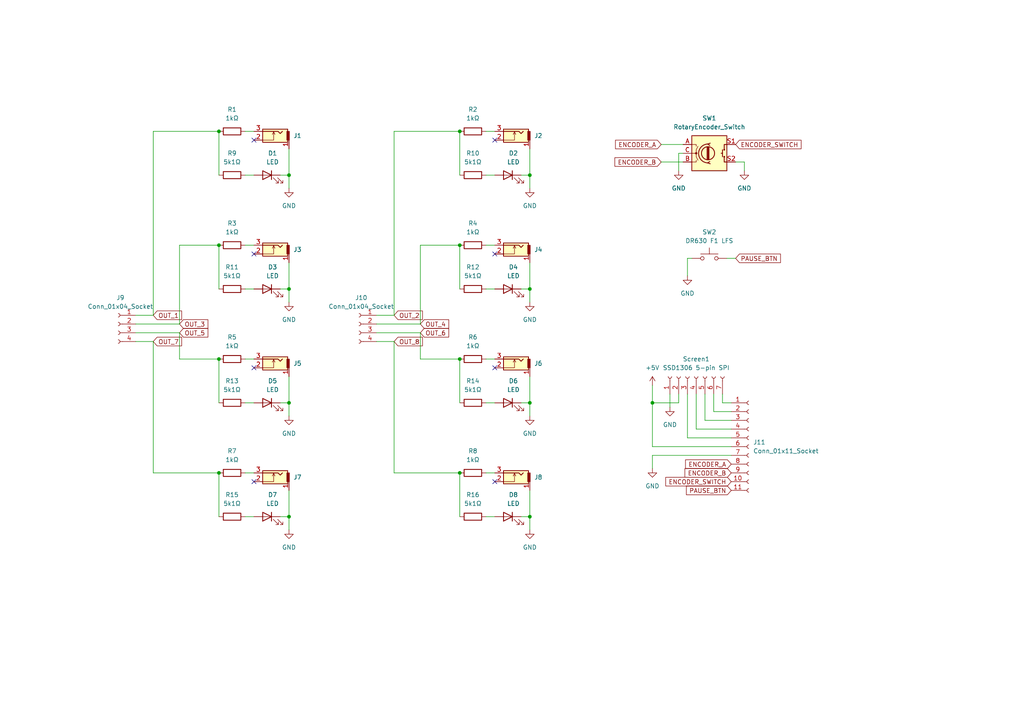
<source format=kicad_sch>
(kicad_sch (version 20230121) (generator eeschema)
  (paper "A4")
  (title_block (title "Clock Front") (date "2023-10-26") (rev "v2.0") (company "FreeModular"))
  (lib_symbols
    (symbol "Connector:Conn_01x04_Socket" (pin_names (offset 1.016) hide)
      (property "Reference" "J" (at 0 5.08 0))
      (property "Value" "Conn_01x04_Socket" (at 0 -7.62 0))
      (symbol "Conn_01x04_Socket_1_1"
        (arc (start 0 -4.572) (mid -0.5058 -5.08) (end 0 -5.588) (stroke (width 0.1524)))
        (arc (start 0 -2.032) (mid -0.5058 -2.54) (end 0 -3.048) (stroke (width 0.1524)))
        (polyline (pts (xy -1.27 -5.08) (xy -0.508 -5.08)) (stroke (width 0.1524)))
        (polyline (pts (xy -1.27 -2.54) (xy -0.508 -2.54)) (stroke (width 0.1524)))
        (polyline (pts (xy -1.27 0) (xy -0.508 0)) (stroke (width 0.1524)))
        (polyline (pts (xy -1.27 2.54) (xy -0.508 2.54)) (stroke (width 0.1524)))
        (arc (start 0 0.508) (mid -0.5058 0) (end 0 -0.508) (stroke (width 0.1524)))
        (arc (start 0 3.048) (mid -0.5058 2.54) (end 0 2.032) (stroke (width 0.1524)))
        (pin passive line (at -5.08 2.54 0) (length 3.81) (name "Pin_1") (number "1"))
        (pin passive line (at -5.08 0 0) (length 3.81) (name "Pin_2") (number "2"))
        (pin passive line (at -5.08 -2.54 0) (length 3.81) (name "Pin_3") (number "3"))
        (pin passive line (at -5.08 -5.08 0) (length 3.81) (name "Pin_4") (number "4"))
      )
    )
    (symbol "Connector:Conn_01x07_Socket" (pin_names (offset 1.016) hide)
      (property "Reference" "J" (at 0 10.16 0))
      (property "Value" "Conn_01x07_Socket" (at 0 -10.16 0))
      (symbol "Conn_01x07_Socket_1_1"
        (arc (start 0 -7.112) (mid -0.5058 -7.62) (end 0 -8.128) (stroke (width 0.1524)))
        (arc (start 0 -4.572) (mid -0.5058 -5.08) (end 0 -5.588) (stroke (width 0.1524)))
        (arc (start 0 -2.032) (mid -0.5058 -2.54) (end 0 -3.048) (stroke (width 0.1524)))
        (polyline (pts (xy -1.27 -7.62) (xy -0.508 -7.62)) (stroke (width 0.1524)))
        (polyline (pts (xy -1.27 -5.08) (xy -0.508 -5.08)) (stroke (width 0.1524)))
        (polyline (pts (xy -1.27 -2.54) (xy -0.508 -2.54)) (stroke (width 0.1524)))
        (polyline (pts (xy -1.27 0) (xy -0.508 0)) (stroke (width 0.1524)))
        (polyline (pts (xy -1.27 2.54) (xy -0.508 2.54)) (stroke (width 0.1524)))
        (polyline (pts (xy -1.27 5.08) (xy -0.508 5.08)) (stroke (width 0.1524)))
        (polyline (pts (xy -1.27 7.62) (xy -0.508 7.62)) (stroke (width 0.1524)))
        (arc (start 0 0.508) (mid -0.5058 0) (end 0 -0.508) (stroke (width 0.1524)))
        (arc (start 0 3.048) (mid -0.5058 2.54) (end 0 2.032) (stroke (width 0.1524)))
        (arc (start 0 5.588) (mid -0.5058 5.08) (end 0 4.572) (stroke (width 0.1524)))
        (arc (start 0 8.128) (mid -0.5058 7.62) (end 0 7.112) (stroke (width 0.1524)))
        (pin passive line (at -5.08 7.62 0) (length 3.81) (name "Pin_1") (number "1"))
        (pin passive line (at -5.08 5.08 0) (length 3.81) (name "Pin_2") (number "2"))
        (pin passive line (at -5.08 2.54 0) (length 3.81) (name "Pin_3") (number "3"))
        (pin passive line (at -5.08 0 0) (length 3.81) (name "Pin_4") (number "4"))
        (pin passive line (at -5.08 -2.54 0) (length 3.81) (name "Pin_5") (number "5"))
        (pin passive line (at -5.08 -5.08 0) (length 3.81) (name "Pin_6") (number "6"))
        (pin passive line (at -5.08 -7.62 0) (length 3.81) (name "Pin_7") (number "7"))
      )
    )
    (symbol "Connector:Conn_01x11_Socket" (pin_names (offset 1.016) hide)
      (property "Reference" "J" (at 0 15.24 0))
      (property "Value" "Conn_01x11_Socket" (at 0 -15.24 0))
      (symbol "Conn_01x11_Socket_1_1"
        (arc (start 0 -12.192) (mid -0.5058 -12.7) (end 0 -13.208) (stroke (width 0.1524)))
        (arc (start 0 -9.652) (mid -0.5058 -10.16) (end 0 -10.668) (stroke (width 0.1524)))
        (arc (start 0 -7.112) (mid -0.5058 -7.62) (end 0 -8.128) (stroke (width 0.1524)))
        (arc (start 0 -4.572) (mid -0.5058 -5.08) (end 0 -5.588) (stroke (width 0.1524)))
        (arc (start 0 -2.032) (mid -0.5058 -2.54) (end 0 -3.048) (stroke (width 0.1524)))
        (polyline (pts (xy -1.27 -12.7) (xy -0.508 -12.7)) (stroke (width 0.1524)))
        (polyline (pts (xy -1.27 -10.16) (xy -0.508 -10.16)) (stroke (width 0.1524)))
        (polyline (pts (xy -1.27 -7.62) (xy -0.508 -7.62)) (stroke (width 0.1524)))
        (polyline (pts (xy -1.27 -5.08) (xy -0.508 -5.08)) (stroke (width 0.1524)))
        (polyline (pts (xy -1.27 -2.54) (xy -0.508 -2.54)) (stroke (width 0.1524)))
        (polyline (pts (xy -1.27 0) (xy -0.508 0)) (stroke (width 0.1524)))
        (polyline (pts (xy -1.27 2.54) (xy -0.508 2.54)) (stroke (width 0.1524)))
        (polyline (pts (xy -1.27 5.08) (xy -0.508 5.08)) (stroke (width 0.1524)))
        (polyline (pts (xy -1.27 7.62) (xy -0.508 7.62)) (stroke (width 0.1524)))
        (polyline (pts (xy -1.27 10.16) (xy -0.508 10.16)) (stroke (width 0.1524)))
        (polyline (pts (xy -1.27 12.7) (xy -0.508 12.7)) (stroke (width 0.1524)))
        (arc (start 0 0.508) (mid -0.5058 0) (end 0 -0.508) (stroke (width 0.1524)))
        (arc (start 0 3.048) (mid -0.5058 2.54) (end 0 2.032) (stroke (width 0.1524)))
        (arc (start 0 5.588) (mid -0.5058 5.08) (end 0 4.572) (stroke (width 0.1524)))
        (arc (start 0 8.128) (mid -0.5058 7.62) (end 0 7.112) (stroke (width 0.1524)))
        (arc (start 0 10.668) (mid -0.5058 10.16) (end 0 9.652) (stroke (width 0.1524)))
        (arc (start 0 13.208) (mid -0.5058 12.7) (end 0 12.192) (stroke (width 0.1524)))
        (pin passive line (at -5.08 12.7 0) (length 3.81) (name "Pin_1") (number "1"))
        (pin passive line (at -5.08 -10.16 0) (length 3.81) (name "Pin_10") (number "10"))
        (pin passive line (at -5.08 -12.7 0) (length 3.81) (name "Pin_11") (number "11"))
        (pin passive line (at -5.08 10.16 0) (length 3.81) (name "Pin_2") (number "2"))
        (pin passive line (at -5.08 7.62 0) (length 3.81) (name "Pin_3") (number "3"))
        (pin passive line (at -5.08 5.08 0) (length 3.81) (name "Pin_4") (number "4"))
        (pin passive line (at -5.08 2.54 0) (length 3.81) (name "Pin_5") (number "5"))
        (pin passive line (at -5.08 0 0) (length 3.81) (name "Pin_6") (number "6"))
        (pin passive line (at -5.08 -2.54 0) (length 3.81) (name "Pin_7") (number "7"))
        (pin passive line (at -5.08 -5.08 0) (length 3.81) (name "Pin_8") (number "8"))
        (pin passive line (at -5.08 -7.62 0) (length 3.81) (name "Pin_9") (number "9"))
      )
    )
    (symbol "Device:LED" (pin_numbers hide) (pin_names (offset 1.016) hide)
      (property "Reference" "D" (at 0 2.54 0))
      (property "Value" "LED" (at 0 -2.54 0))
      (symbol "LED_0_1"
        (polyline (pts (xy -1.27 -1.27) (xy -1.27 1.27)) (stroke (width 0.254)))
        (polyline (pts (xy -1.27 0) (xy 1.27 0)))
        (polyline (pts (xy 1.27 -1.27) (xy 1.27 1.27) (xy -1.27 0) (xy 1.27 -1.27)) (stroke (width 0.254)))
        (polyline (pts (xy -3.048 -0.762) (xy -4.572 -2.286) (xy -3.81 -2.286) (xy -4.572 -2.286) (xy -4.572 -1.524)))
        (polyline (pts (xy -1.778 -0.762) (xy -3.302 -2.286) (xy -2.54 -2.286) (xy -3.302 -2.286) (xy -3.302 -1.524)))
      )
      (symbol "LED_1_1"
        (pin passive line (at -3.81 0 0) (length 2.54) (name "K") (number "1"))
        (pin passive line (at 3.81 0 180) (length 2.54) (name "A") (number "2"))
      )
    )
    (symbol "Device:R" (pin_numbers hide) (pin_names (offset 0))
      (property "Reference" "R" (at 2.032 0 90))
      (property "Value" "R" (at 0 0 90))
      (symbol "R_0_1"
        (rectangle (start -1.016 -2.54) (end 1.016 2.54) (stroke (width 0.254)))
      )
      (symbol "R_1_1"
        (pin passive line (at 0 3.81 270) (length 1.27) (name "~") (number "1"))
        (pin passive line (at 0 -3.81 90) (length 1.27) (name "~") (number "2"))
      )
    )
    (symbol "Device:RotaryEncoder_Switch" (pin_names (offset 0.254) hide)
      (property "Reference" "SW" (at 0 6.604 0))
      (property "Value" "RotaryEncoder_Switch" (at 0 -6.604 0))
      (symbol "RotaryEncoder_Switch_0_1"
        (rectangle (start -5.08 5.08) (end 5.08 -5.08) (stroke (width 0.254)) (fill (type background)))
        (circle (center -3.81 0) (radius 0.254) (fill (type outline)))
        (circle (center -0.381 0) (radius 1.905) (stroke (width 0.254)))
        (arc (start -0.381 2.667) (mid -3.0988 -0.0635) (end -0.381 -2.794) (stroke (width 0.254)))
        (polyline (pts (xy -0.635 -1.778) (xy -0.635 1.778)) (stroke (width 0.254)))
        (polyline (pts (xy -0.381 -1.778) (xy -0.381 1.778)) (stroke (width 0.254)))
        (polyline (pts (xy -0.127 1.778) (xy -0.127 -1.778)) (stroke (width 0.254)))
        (polyline (pts (xy 3.81 0) (xy 3.429 0)) (stroke (width 0.254)))
        (polyline (pts (xy 3.81 1.016) (xy 3.81 -1.016)) (stroke (width 0.254)))
        (polyline (pts (xy -5.08 -2.54) (xy -3.81 -2.54) (xy -3.81 -2.032)))
        (polyline (pts (xy -5.08 2.54) (xy -3.81 2.54) (xy -3.81 2.032)))
        (polyline (pts (xy 0.254 -3.048) (xy -0.508 -2.794) (xy 0.127 -2.413)) (stroke (width 0.254)))
        (polyline (pts (xy 0.254 2.921) (xy -0.508 2.667) (xy 0.127 2.286)) (stroke (width 0.254)))
        (polyline (pts (xy 5.08 -2.54) (xy 4.318 -2.54) (xy 4.318 -1.016)) (stroke (width 0.254)))
        (polyline (pts (xy 5.08 2.54) (xy 4.318 2.54) (xy 4.318 1.016)) (stroke (width 0.254)))
        (polyline (pts (xy -5.08 0) (xy -3.81 0) (xy -3.81 -1.016) (xy -3.302 -2.032)))
        (polyline (pts (xy -4.318 0) (xy -3.81 0) (xy -3.81 1.016) (xy -3.302 2.032)))
        (circle (center 4.318 -1.016) (radius 0.127) (stroke (width 0.254)))
        (circle (center 4.318 1.016) (radius 0.127) (stroke (width 0.254)))
      )
      (symbol "RotaryEncoder_Switch_1_1"
        (pin passive line (at -7.62 2.54 0) (length 2.54) (name "A") (number "A"))
        (pin passive line (at -7.62 -2.54 0) (length 2.54) (name "B") (number "B"))
        (pin passive line (at -7.62 0 0) (length 2.54) (name "C") (number "C"))
        (pin passive line (at 7.62 2.54 180) (length 2.54) (name "S1") (number "S1"))
        (pin passive line (at 7.62 -2.54 180) (length 2.54) (name "S2") (number "S2"))
      )
    )
    (symbol "FreeModular:THONKICONN" (pin_names (offset 1.016))
      (property "Reference" "J" (at -1.27 4.445 0))
      (symbol "THONKICONN_0_1"
        (rectangle (start -4.699 3.175) (end 2.54 -0.635) (stroke (width 0.254)) (fill (type background)))
        (rectangle (start -4.445 0) (end -5.207 2.54) (fill (type outline)))
        (polyline (pts (xy -0.635 2.413) (xy -0.254 1.651)))
        (polyline (pts (xy 2.54 0) (xy -0.635 0) (xy -0.635 2.413) (xy -1.016 1.651)))
        (polyline (pts (xy 2.54 2.54) (xy -1.905 2.54) (xy -2.54 1.905) (xy -3.175 2.54)) (stroke (width 0.254)))
      )
      (symbol "THONKICONN_1_1"
        (pin passive line (at -5.08 -2.54 90) (length 2.54) (name "~") (number "1"))
        (pin passive line (at 5.08 0 180) (length 2.54) (name "~") (number "2"))
        (pin passive line (at 5.08 2.54 180) (length 2.54) (name "~") (number "3"))
      )
    )
    (symbol "Switch:SW_Push" (pin_numbers hide) (pin_names (offset 1.016) hide)
      (property "Reference" "SW" (at 1.27 2.54 0))
      (property "Value" "SW_Push" (at 0 -1.524 0))
      (symbol "SW_Push_0_1"
        (circle (center -2.032 0) (radius 0.508))
        (polyline (pts (xy 0 1.27) (xy 0 3.048)))
        (polyline (pts (xy 2.54 1.27) (xy -2.54 1.27)))
        (circle (center 2.032 0) (radius 0.508))
        (pin passive line (at -5.08 0 0) (length 2.54) (name "1") (number "1"))
        (pin passive line (at 5.08 0 180) (length 2.54) (name "2") (number "2"))
      )
    )
    (symbol "THONKICONN_1" (pin_names (offset 1.016))
      (property "Reference" "J1" (at -6.35 1.27 0))
      (symbol "THONKICONN_1_0_1"
        (rectangle (start -4.699 3.175) (end 2.54 -0.635) (stroke (width 0.254)) (fill (type background)))
        (rectangle (start -4.445 0) (end -5.207 2.54) (fill (type outline)))
        (polyline (pts (xy -0.635 2.413) (xy -0.254 1.651)))
        (polyline (pts (xy 2.54 0) (xy -0.635 0) (xy -0.635 2.413) (xy -1.016 1.651)))
        (polyline (pts (xy 2.54 2.54) (xy -1.905 2.54) (xy -2.54 1.905) (xy -3.175 2.54)) (stroke (width 0.254)))
      )
      (symbol "THONKICONN_1_1_1"
        (pin passive line (at -5.08 -2.54 90) (length 2.54) (name "~") (number "1"))
        (pin passive line (at 5.08 0 180) (length 2.54) (name "~") (number "2"))
        (pin passive line (at 5.08 2.54 180) (length 2.54) (name "~") (number "3"))
      )
    )
    (symbol "power:+5V" (power) (pin_names (offset 0))
      (property "Value" "+5V" (at 0 3.556 0))
      (symbol "+5V_0_1"
        (polyline (pts (xy -0.762 1.27) (xy 0 2.54)))
        (polyline (pts (xy 0 0) (xy 0 2.54)))
        (polyline (pts (xy 0 2.54) (xy 0.762 1.27)))
      )
      (symbol "+5V_1_1"
        (pin power_in line (at 0 0 90) (length 0) hide (name "+5V") (number "1"))
      )
    )
    (symbol "power:GND" (power) (pin_names (offset 0))
      (property "Value" "GND" (at 0 -3.81 0))
      (symbol "GND_0_1"
        (polyline (pts (xy 0 0) (xy 0 -1.27) (xy 1.27 -1.27) (xy 0 -2.54) (xy -1.27 -1.27) (xy 0 -1.27)))
      )
      (symbol "GND_1_1"
        (pin power_in line (at 0 0 270) (length 0) hide (name "GND") (number "1"))
      )
    )
  )
  (junction (at 133.35 104.14))
  (junction (at 63.5 71.12))
  (junction (at 83.82 116.84))
  (junction (at 63.5 104.14))
  (junction (at 63.5 38.1))
  (junction (at 189.23 116.84))
  (junction (at 153.67 149.86))
  (junction (at 133.35 71.12))
  (junction (at 83.82 149.86))
  (junction (at 153.67 83.82))
  (junction (at 63.5 137.16))
  (junction (at 153.67 116.84))
  (junction (at 133.35 137.16))
  (junction (at 83.82 50.8))
  (junction (at 83.82 83.82))
  (junction (at 153.67 50.8))
  (junction (at 133.35 38.1))
  (no_connect (at 73.66 40.64))
  (no_connect (at 73.66 106.68))
  (no_connect (at 143.51 40.64))
  (no_connect (at 143.51 139.7))
  (no_connect (at 73.66 139.7))
  (no_connect (at 143.51 73.66))
  (no_connect (at 73.66 73.66))
  (no_connect (at 143.51 106.68))
  (wire (pts (xy 207.01 119.38) (xy 207.01 114.3)))
  (wire (pts (xy 151.13 149.86) (xy 153.67 149.86)))
  (wire (pts (xy 63.5 38.1) (xy 63.5 50.8)))
  (wire (pts (xy 39.37 91.44) (xy 44.45 91.44)))
  (wire (pts (xy 39.37 93.98) (xy 52.07 93.98)))
  (wire (pts (xy 196.85 44.45) (xy 196.85 49.53)))
  (wire (pts (xy 121.92 104.14) (xy 133.35 104.14)))
  (wire (pts (xy 114.3 91.44) (xy 114.3 38.1)))
  (wire (pts (xy 189.23 132.08) (xy 189.23 135.89)))
  (wire (pts (xy 83.82 116.84) (xy 83.82 120.65)))
  (wire (pts (xy 153.67 116.84) (xy 153.67 120.65)))
  (wire (pts (xy 83.82 43.18) (xy 83.82 50.8)))
  (wire (pts (xy 210.82 74.93) (xy 213.36 74.93)))
  (wire (pts (xy 81.28 50.8) (xy 83.82 50.8)))
  (wire (pts (xy 52.07 71.12) (xy 63.5 71.12)))
  (wire (pts (xy 198.12 44.45) (xy 196.85 44.45)))
  (wire (pts (xy 189.23 129.54) (xy 189.23 116.84)))
  (wire (pts (xy 71.12 149.86) (xy 73.66 149.86)))
  (wire (pts (xy 109.22 93.98) (xy 121.92 93.98)))
  (wire (pts (xy 63.5 137.16) (xy 63.5 149.86)))
  (wire (pts (xy 71.12 116.84) (xy 73.66 116.84)))
  (wire (pts (xy 63.5 104.14) (xy 63.5 116.84)))
  (wire (pts (xy 151.13 116.84) (xy 153.67 116.84)))
  (wire (pts (xy 212.09 129.54) (xy 189.23 129.54)))
  (wire (pts (xy 212.09 132.08) (xy 189.23 132.08)))
  (wire (pts (xy 199.39 74.93) (xy 199.39 80.01)))
  (wire (pts (xy 199.39 74.93) (xy 200.66 74.93)))
  (wire (pts (xy 191.77 41.91) (xy 198.12 41.91)))
  (wire (pts (xy 212.09 121.92) (xy 204.47 121.92)))
  (wire (pts (xy 153.67 83.82) (xy 153.67 87.63)))
  (wire (pts (xy 81.28 83.82) (xy 83.82 83.82)))
  (wire (pts (xy 133.35 38.1) (xy 133.35 50.8)))
  (wire (pts (xy 44.45 99.06) (xy 44.45 137.16)))
  (wire (pts (xy 151.13 83.82) (xy 153.67 83.82)))
  (wire (pts (xy 44.45 38.1) (xy 63.5 38.1)))
  (wire (pts (xy 71.12 83.82) (xy 73.66 83.82)))
  (wire (pts (xy 153.67 142.24) (xy 153.67 149.86)))
  (wire (pts (xy 140.97 137.16) (xy 143.51 137.16)))
  (wire (pts (xy 52.07 96.52) (xy 39.37 96.52)))
  (wire (pts (xy 83.82 142.24) (xy 83.82 149.86)))
  (wire (pts (xy 196.85 116.84) (xy 189.23 116.84)))
  (wire (pts (xy 191.77 46.99) (xy 198.12 46.99)))
  (wire (pts (xy 189.23 111.76) (xy 189.23 116.84)))
  (wire (pts (xy 209.55 114.3) (xy 209.55 116.84)))
  (wire (pts (xy 44.45 38.1) (xy 44.45 91.44)))
  (wire (pts (xy 52.07 93.98) (xy 52.07 71.12)))
  (wire (pts (xy 71.12 38.1) (xy 73.66 38.1)))
  (wire (pts (xy 114.3 99.06) (xy 114.3 137.16)))
  (wire (pts (xy 71.12 104.14) (xy 73.66 104.14)))
  (wire (pts (xy 83.82 149.86) (xy 83.82 153.67)))
  (wire (pts (xy 140.97 71.12) (xy 143.51 71.12)))
  (wire (pts (xy 215.9 46.99) (xy 215.9 49.53)))
  (wire (pts (xy 212.09 124.46) (xy 201.93 124.46)))
  (wire (pts (xy 140.97 116.84) (xy 143.51 116.84)))
  (wire (pts (xy 83.82 83.82) (xy 83.82 87.63)))
  (wire (pts (xy 140.97 104.14) (xy 143.51 104.14)))
  (wire (pts (xy 39.37 99.06) (xy 44.45 99.06)))
  (wire (pts (xy 63.5 71.12) (xy 63.5 83.82)))
  (wire (pts (xy 201.93 124.46) (xy 201.93 114.3)))
  (wire (pts (xy 121.92 96.52) (xy 121.92 104.14)))
  (wire (pts (xy 212.09 127) (xy 199.39 127)))
  (wire (pts (xy 153.67 76.2) (xy 153.67 83.82)))
  (wire (pts (xy 133.35 71.12) (xy 133.35 83.82)))
  (wire (pts (xy 140.97 83.82) (xy 143.51 83.82)))
  (wire (pts (xy 81.28 149.86) (xy 83.82 149.86)))
  (wire (pts (xy 151.13 50.8) (xy 153.67 50.8)))
  (wire (pts (xy 209.55 116.84) (xy 212.09 116.84)))
  (wire (pts (xy 133.35 104.14) (xy 133.35 116.84)))
  (wire (pts (xy 52.07 104.14) (xy 63.5 104.14)))
  (wire (pts (xy 153.67 43.18) (xy 153.67 50.8)))
  (wire (pts (xy 153.67 50.8) (xy 153.67 54.61)))
  (wire (pts (xy 114.3 99.06) (xy 109.22 99.06)))
  (wire (pts (xy 121.92 93.98) (xy 121.92 71.12)))
  (wire (pts (xy 196.85 114.3) (xy 196.85 116.84)))
  (wire (pts (xy 114.3 137.16) (xy 133.35 137.16)))
  (wire (pts (xy 140.97 38.1) (xy 143.51 38.1)))
  (wire (pts (xy 71.12 71.12) (xy 73.66 71.12)))
  (wire (pts (xy 71.12 137.16) (xy 73.66 137.16)))
  (wire (pts (xy 133.35 137.16) (xy 133.35 149.86)))
  (wire (pts (xy 83.82 50.8) (xy 83.82 54.61)))
  (wire (pts (xy 71.12 50.8) (xy 73.66 50.8)))
  (wire (pts (xy 199.39 127) (xy 199.39 114.3)))
  (wire (pts (xy 194.31 114.3) (xy 194.31 118.11)))
  (wire (pts (xy 52.07 96.52) (xy 52.07 104.14)))
  (wire (pts (xy 213.36 46.99) (xy 215.9 46.99)))
  (wire (pts (xy 153.67 109.22) (xy 153.67 116.84)))
  (wire (pts (xy 121.92 71.12) (xy 133.35 71.12)))
  (wire (pts (xy 212.09 119.38) (xy 207.01 119.38)))
  (wire (pts (xy 83.82 109.22) (xy 83.82 116.84)))
  (wire (pts (xy 44.45 137.16) (xy 63.5 137.16)))
  (wire (pts (xy 114.3 38.1) (xy 133.35 38.1)))
  (wire (pts (xy 83.82 76.2) (xy 83.82 83.82)))
  (wire (pts (xy 153.67 149.86) (xy 153.67 153.67)))
  (wire (pts (xy 140.97 50.8) (xy 143.51 50.8)))
  (wire (pts (xy 81.28 116.84) (xy 83.82 116.84)))
  (wire (pts (xy 109.22 91.44) (xy 114.3 91.44)))
  (wire (pts (xy 140.97 149.86) (xy 143.51 149.86)))
  (wire (pts (xy 109.22 96.52) (xy 121.92 96.52)))
  (wire (pts (xy 204.47 121.92) (xy 204.47 114.3)))
  (global_label "OUT_3" (shape input) (at 52.07 93.98 0) (property "Intersheetrefs" "${INTERSHEET_REFS}" (effects hide)))
  (global_label "OUT_7" (shape input) (at 44.45 99.06 0) (property "Intersheetrefs" "${INTERSHEET_REFS}" (effects hide)))
  (global_label "ENCODER_B" (shape input) (at 212.09 137.16 180) (property "Intersheetrefs" "${INTERSHEET_REFS}" (effects hide)))
  (global_label "ENCODER_A" (shape input) (at 212.09 134.62 180) (property "Intersheetrefs" "${INTERSHEET_REFS}" (effects hide)))
  (global_label "ENCODER_SWITCH" (shape input) (at 212.09 139.7 180) (property "Intersheetrefs" "${INTERSHEET_REFS}" (effects hide)))
  (global_label "ENCODER_B" (shape input) (at 191.77 46.99 180) (property "Intersheetrefs" "${INTERSHEET_REFS}" (effects hide)))
  (global_label "ENCODER_SWITCH" (shape input) (at 213.36 41.91 0) (property "Intersheetrefs" "${INTERSHEET_REFS}" (effects hide)))
  (global_label "OUT_4" (shape input) (at 121.92 93.98 0) (property "Intersheetrefs" "${INTERSHEET_REFS}" (effects hide)))
  (global_label "ENCODER_A" (shape input) (at 191.77 41.91 180) (property "Intersheetrefs" "${INTERSHEET_REFS}" (effects hide)))
  (global_label "PAUSE_BTN" (shape input) (at 213.36 74.93 0) (property "Intersheetrefs" "${INTERSHEET_REFS}" (effects hide)))
  (global_label "OUT_5" (shape input) (at 52.07 96.52 0) (property "Intersheetrefs" "${INTERSHEET_REFS}" (effects hide)))
  (global_label "OUT_6" (shape input) (at 121.92 96.52 0) (property "Intersheetrefs" "${INTERSHEET_REFS}" (effects hide)))
  (global_label "OUT_8" (shape input) (at 114.3 99.06 0) (property "Intersheetrefs" "${INTERSHEET_REFS}" (effects hide)))
  (global_label "OUT_2" (shape input) (at 114.3 91.44 0) (property "Intersheetrefs" "${INTERSHEET_REFS}" (effects hide)))
  (global_label "OUT_1" (shape input) (at 44.45 91.44 0) (property "Intersheetrefs" "${INTERSHEET_REFS}" (effects hide)))
  (global_label "PAUSE_BTN" (shape input) (at 212.09 142.24 180) (property "Intersheetrefs" "${INTERSHEET_REFS}" (effects hide)))
  (symbol (lib_id "power:GND") (at 153.67 87.63 0) (unit 1)
    (property "Reference" "#PWR06" (effects hide))
    (property "Value" "GND" (at 153.67 92.71 0))
  )
  (symbol (lib_id "power:GND") (at 153.67 153.67 0) (unit 1)
    (property "Reference" "#PWR08" (effects hide))
    (property "Value" "GND" (at 153.67 158.75 0))
  )
  (symbol (lib_id "Device:R") (at 67.31 116.84 90) (unit 1)
    (property "Reference" "R13" (at 67.31 110.49 90))
    (property "Value" "5k1Ω" (at 67.31 113.03 90))
    (property "Footprint" "Resistor_THT:R_Axial_DIN0207_L6.3mm_D2.5mm_P10.16mm_Horizontal" (effects hide))
  )
  (symbol (lib_id "power:GND") (at 83.82 153.67 0) (unit 1)
    (property "Reference" "#PWR04" (effects hide))
    (property "Value" "GND" (at 83.82 158.75 0))
  )
  (symbol (lib_id "FreeModular:THONKICONN") (at 148.59 40.64 0) (mirror y) (unit 1)
    (property "Reference" "J2" (at 154.94 39.37 0) (effects (justify right)))
    (property "Value" "THONKICONN" (effects hide))
    (property "Footprint" "FreeModualr:THONKICONN" (effects hide))
  )
  (symbol (lib_id "power:GND") (at 194.31 118.11 0) (unit 1)
    (property "Reference" "#PWR09" (effects hide))
    (property "Value" "GND" (at 194.31 123.19 0))
  )
  (symbol (lib_id "Device:R") (at 67.31 38.1 90) (unit 1)
    (property "Reference" "R1" (at 67.31 31.75 90))
    (property "Value" "1kΩ" (at 67.31 34.29 90))
    (property "Footprint" "Resistor_THT:R_Axial_DIN0207_L6.3mm_D2.5mm_P10.16mm_Horizontal" (effects hide))
  )
  (symbol (lib_id "Device:R") (at 67.31 71.12 90) (unit 1)
    (property "Reference" "R3" (at 67.31 64.77 90))
    (property "Value" "1kΩ" (at 67.31 67.31 90))
    (property "Footprint" "Resistor_THT:R_Axial_DIN0207_L6.3mm_D2.5mm_P10.16mm_Horizontal" (effects hide))
  )
  (symbol (lib_id "FreeModular:THONKICONN") (at 148.59 106.68 0) (mirror y) (unit 1)
    (property "Reference" "J6" (at 154.94 105.41 0) (effects (justify right)))
    (property "Value" "THONKICONN" (effects hide))
    (property "Footprint" "FreeModualr:THONKICONN" (effects hide))
  )
  (symbol (lib_id "power:GND") (at 83.82 87.63 0) (unit 1)
    (property "Reference" "#PWR02" (effects hide))
    (property "Value" "GND" (at 83.82 92.71 0))
  )
  (symbol (lib_id "Connector:Conn_01x07_Socket") (at 201.93 109.22 90) (unit 1)
    (property "Reference" "Screen1" (at 201.93 104.14 90))
    (property "Value" "SSD1306 5-pin SPI" (at 201.93 106.68 90))
    (property "Footprint" "Connector_PinHeader_2.54mm:PinHeader_1x07_P2.54mm_Vertical" (effects hide))
  )
  (symbol (lib_id "power:GND") (at 199.39 80.01 0) (unit 1)
    (property "Reference" "#PWR015" (effects hide))
    (property "Value" "GND" (at 199.39 85.09 0))
  )
  (symbol (lib_id "FreeModular:THONKICONN") (at 78.74 73.66 0) (mirror y) (unit 1)
    (property "Reference" "J3" (at 85.09 72.39 0) (effects (justify right)))
    (property "Value" "THONKICONN" (effects hide))
    (property "Footprint" "FreeModualr:THONKICONN" (effects hide))
  )
  (symbol (lib_id "Device:R") (at 137.16 71.12 90) (unit 1)
    (property "Reference" "R4" (at 137.16 64.77 90))
    (property "Value" "1kΩ" (at 137.16 67.31 90))
    (property "Footprint" "Resistor_THT:R_Axial_DIN0207_L6.3mm_D2.5mm_P10.16mm_Horizontal" (effects hide))
  )
  (symbol (lib_id "Device:LED") (at 147.32 50.8 0) (mirror y) (unit 1)
    (property "Reference" "D2" (at 148.9075 44.45 0))
    (property "Value" "LED" (at 148.9075 46.99 0))
    (property "Footprint" "LED_THT:LED_D3.0mm" (effects hide))
  )
  (symbol (lib_name "THONKICONN_1") (lib_id "FreeModular:THONKICONN") (at 78.74 40.64 0) (mirror y) (unit 1)
    (property "Reference" "J1" (at 85.09 39.37 0) (effects (justify right)))
    (property "Value" "THONKICONN" (effects hide))
    (property "Footprint" "FreeModualr:THONKICONN" (effects hide))
  )
  (symbol (lib_id "power:GND") (at 153.67 120.65 0) (unit 1)
    (property "Reference" "#PWR07" (effects hide))
    (property "Value" "GND" (at 153.67 125.73 0))
  )
  (symbol (lib_id "FreeModular:THONKICONN") (at 148.59 139.7 0) (mirror y) (unit 1)
    (property "Reference" "J8" (at 154.94 138.43 0) (effects (justify right)))
    (property "Value" "THONKICONN" (effects hide))
    (property "Footprint" "FreeModualr:THONKICONN" (effects hide))
  )
  (symbol (lib_id "Device:R") (at 67.31 104.14 90) (unit 1)
    (property "Reference" "R5" (at 67.31 97.79 90))
    (property "Value" "1kΩ" (at 67.31 100.33 90))
    (property "Footprint" "Resistor_THT:R_Axial_DIN0207_L6.3mm_D2.5mm_P10.16mm_Horizontal" (effects hide))
  )
  (symbol (lib_id "power:+5V") (at 189.23 111.76 0) (unit 1)
    (property "Reference" "#PWR010" (effects hide))
    (property "Value" "+5V" (at 189.23 106.68 0))
  )
  (symbol (lib_id "Connector:Conn_01x11_Socket") (at 217.17 129.54 0) (unit 1)
    (property "Reference" "J11" (at 218.44 128.27 0) (effects (justify left)))
    (property "Value" "Conn_01x11_Socket" (at 218.44 130.81 0) (effects (justify left)))
    (property "Footprint" "Connector_PinHeader_2.54mm:PinHeader_1x11_P2.54mm_Vertical" (effects hide))
  )
  (symbol (lib_id "Device:RotaryEncoder_Switch") (at 205.74 44.45 0) (unit 1)
    (property "Reference" "SW1" (at 205.74 34.29 0))
    (property "Value" "RotaryEncoder_Switch" (at 205.74 36.83 0))
    (property "Footprint" "Rotary_Encoder:RotaryEncoder_Alps_EC11E-Switch_Vertical_H20mm" (effects hide))
  )
  (symbol (lib_id "Connector:Conn_01x04_Socket") (at 104.14 93.98 0) (mirror y) (unit 1)
    (property "Reference" "J10" (at 104.775 86.36 0))
    (property "Value" "Conn_01x04_Socket" (at 104.775 88.9 0))
    (property "Footprint" "Connector_PinHeader_2.54mm:PinHeader_1x04_P2.54mm_Vertical" (effects hide))
  )
  (symbol (lib_id "Device:R") (at 137.16 137.16 90) (unit 1)
    (property "Reference" "R8" (at 137.16 130.81 90))
    (property "Value" "1kΩ" (at 137.16 133.35 90))
    (property "Footprint" "Resistor_THT:R_Axial_DIN0207_L6.3mm_D2.5mm_P10.16mm_Horizontal" (effects hide))
  )
  (symbol (lib_id "Connector:Conn_01x04_Socket") (at 34.29 93.98 0) (mirror y) (unit 1)
    (property "Reference" "J9" (at 34.925 86.36 0))
    (property "Value" "Conn_01x04_Socket" (at 34.925 88.9 0))
    (property "Footprint" "Connector_PinHeader_2.54mm:PinHeader_1x04_P2.54mm_Vertical" (effects hide))
  )
  (symbol (lib_id "Device:R") (at 137.16 116.84 90) (unit 1)
    (property "Reference" "R14" (at 137.16 110.49 90))
    (property "Value" "5k1Ω" (at 137.16 113.03 90))
    (property "Footprint" "Resistor_THT:R_Axial_DIN0207_L6.3mm_D2.5mm_P10.16mm_Horizontal" (effects hide))
  )
  (symbol (lib_id "Device:R") (at 137.16 83.82 90) (unit 1)
    (property "Reference" "R12" (at 137.16 77.47 90))
    (property "Value" "5k1Ω" (at 137.16 80.01 90))
    (property "Footprint" "Resistor_THT:R_Axial_DIN0207_L6.3mm_D2.5mm_P10.16mm_Horizontal" (effects hide))
  )
  (symbol (lib_id "power:GND") (at 189.23 135.89 0) (unit 1)
    (property "Reference" "#PWR011" (effects hide))
    (property "Value" "GND" (at 189.23 140.97 0))
  )
  (symbol (lib_id "Device:LED") (at 147.32 83.82 0) (mirror y) (unit 1)
    (property "Reference" "D4" (at 148.9075 77.47 0))
    (property "Value" "LED" (at 148.9075 80.01 0))
    (property "Footprint" "LED_THT:LED_D3.0mm" (effects hide))
  )
  (symbol (lib_id "Device:R") (at 137.16 104.14 90) (unit 1)
    (property "Reference" "R6" (at 137.16 97.79 90))
    (property "Value" "1kΩ" (at 137.16 100.33 90))
    (property "Footprint" "Resistor_THT:R_Axial_DIN0207_L6.3mm_D2.5mm_P10.16mm_Horizontal" (effects hide))
  )
  (symbol (lib_id "Switch:SW_Push") (at 205.74 74.93 0) (unit 1)
    (property "Reference" "SW2" (at 205.74 67.31 0))
    (property "Value" "DR630 F1 LFS" (at 205.74 69.85 0))
    (property "Footprint" "FreeModualr:D6R" (effects hide))
    (property "Datasheet" "https://www.ckswitches.com/media/1341/d6.pdf" (effects hide))
  )
  (symbol (lib_id "Device:LED") (at 77.47 149.86 0) (mirror y) (unit 1)
    (property "Reference" "D7" (at 79.0575 143.51 0))
    (property "Value" "LED" (at 79.0575 146.05 0))
    (property "Footprint" "LED_THT:LED_D3.0mm" (effects hide))
  )
  (symbol (lib_id "power:GND") (at 196.85 49.53 0) (unit 1)
    (property "Reference" "#PWR014" (effects hide))
    (property "Value" "GND" (at 196.85 54.61 0))
  )
  (symbol (lib_id "Device:LED") (at 147.32 149.86 0) (mirror y) (unit 1)
    (property "Reference" "D8" (at 148.9075 143.51 0))
    (property "Value" "LED" (at 148.9075 146.05 0))
    (property "Footprint" "LED_THT:LED_D3.0mm" (effects hide))
  )
  (symbol (lib_id "Device:LED") (at 77.47 83.82 0) (mirror y) (unit 1)
    (property "Reference" "D3" (at 79.0575 77.47 0))
    (property "Value" "LED" (at 79.0575 80.01 0))
    (property "Footprint" "LED_THT:LED_D3.0mm" (effects hide))
  )
  (symbol (lib_id "power:GND") (at 153.67 54.61 0) (unit 1)
    (property "Reference" "#PWR05" (effects hide))
    (property "Value" "GND" (at 153.67 59.69 0))
  )
  (symbol (lib_id "FreeModular:THONKICONN") (at 78.74 139.7 0) (mirror y) (unit 1)
    (property "Reference" "J7" (at 85.09 138.43 0) (effects (justify right)))
    (property "Value" "THONKICONN" (effects hide))
    (property "Footprint" "FreeModualr:THONKICONN" (effects hide))
  )
  (symbol (lib_id "Device:LED") (at 77.47 116.84 0) (mirror y) (unit 1)
    (property "Reference" "D5" (at 79.0575 110.49 0))
    (property "Value" "LED" (at 79.0575 113.03 0))
    (property "Footprint" "LED_THT:LED_D3.0mm" (effects hide))
  )
  (symbol (lib_id "Device:LED") (at 147.32 116.84 0) (mirror y) (unit 1)
    (property "Reference" "D6" (at 148.9075 110.49 0))
    (property "Value" "LED" (at 148.9075 113.03 0))
    (property "Footprint" "LED_THT:LED_D3.0mm" (effects hide))
  )
  (symbol (lib_id "Device:R") (at 67.31 83.82 90) (unit 1)
    (property "Reference" "R11" (at 67.31 77.47 90))
    (property "Value" "5k1Ω" (at 67.31 80.01 90))
    (property "Footprint" "Resistor_THT:R_Axial_DIN0207_L6.3mm_D2.5mm_P10.16mm_Horizontal" (effects hide))
  )
  (symbol (lib_id "Device:R") (at 67.31 149.86 90) (unit 1)
    (property "Reference" "R15" (at 67.31 143.51 90))
    (property "Value" "5k1Ω" (at 67.31 146.05 90))
    (property "Footprint" "Resistor_THT:R_Axial_DIN0207_L6.3mm_D2.5mm_P10.16mm_Horizontal" (effects hide))
  )
  (symbol (lib_id "FreeModular:THONKICONN") (at 148.59 73.66 0) (mirror y) (unit 1)
    (property "Reference" "J4" (at 154.94 72.39 0) (effects (justify right)))
    (property "Value" "THONKICONN" (effects hide))
    (property "Footprint" "FreeModualr:THONKICONN" (effects hide))
  )
  (symbol (lib_id "Device:R") (at 67.31 50.8 90) (unit 1)
    (property "Reference" "R9" (at 67.31 44.45 90))
    (property "Value" "5k1Ω" (at 67.31 46.99 90))
    (property "Footprint" "Resistor_THT:R_Axial_DIN0207_L6.3mm_D2.5mm_P10.16mm_Horizontal" (effects hide))
  )
  (symbol (lib_id "Device:R") (at 67.31 137.16 90) (unit 1)
    (property "Reference" "R7" (at 67.31 130.81 90))
    (property "Value" "1kΩ" (at 67.31 133.35 90))
    (property "Footprint" "Resistor_THT:R_Axial_DIN0207_L6.3mm_D2.5mm_P10.16mm_Horizontal" (effects hide))
  )
  (symbol (lib_id "FreeModular:THONKICONN") (at 78.74 106.68 0) (mirror y) (unit 1)
    (property "Reference" "J5" (at 85.09 105.41 0) (effects (justify right)))
    (property "Value" "THONKICONN" (effects hide))
    (property "Footprint" "FreeModualr:THONKICONN" (effects hide))
  )
  (symbol (lib_id "Device:R") (at 137.16 149.86 90) (unit 1)
    (property "Reference" "R16" (at 137.16 143.51 90))
    (property "Value" "5k1Ω" (at 137.16 146.05 90))
    (property "Footprint" "Resistor_THT:R_Axial_DIN0207_L6.3mm_D2.5mm_P10.16mm_Horizontal" (effects hide))
  )
  (symbol (lib_id "power:GND") (at 215.9 49.53 0) (unit 1)
    (property "Reference" "#PWR013" (effects hide))
    (property "Value" "GND" (at 215.9 54.61 0))
  )
  (symbol (lib_id "Device:R") (at 137.16 50.8 90) (unit 1)
    (property "Reference" "R10" (at 137.16 44.45 90))
    (property "Value" "5k1Ω" (at 137.16 46.99 90))
    (property "Footprint" "Resistor_THT:R_Axial_DIN0207_L6.3mm_D2.5mm_P10.16mm_Horizontal" (effects hide))
  )
  (symbol (lib_id "power:GND") (at 83.82 120.65 0) (unit 1)
    (property "Reference" "#PWR03" (effects hide))
    (property "Value" "GND" (at 83.82 125.73 0))
  )
  (symbol (lib_id "power:GND") (at 83.82 54.61 0) (unit 1)
    (property "Reference" "#PWR01" (effects hide))
    (property "Value" "GND" (at 83.82 59.69 0))
  )
  (symbol (lib_id "Device:R") (at 137.16 38.1 90) (unit 1)
    (property "Reference" "R2" (at 137.16 31.75 90))
    (property "Value" "1kΩ" (at 137.16 34.29 90))
    (property "Footprint" "Resistor_THT:R_Axial_DIN0207_L6.3mm_D2.5mm_P10.16mm_Horizontal" (effects hide))
  )
  (symbol (lib_id "Device:LED") (at 77.47 50.8 0) (mirror y) (unit 1)
    (property "Reference" "D1" (at 79.0575 44.45 0))
    (property "Value" "LED" (at 79.0575 46.99 0))
    (property "Footprint" "LED_THT:LED_D3.0mm" (effects hide))
  )
)
</source>
